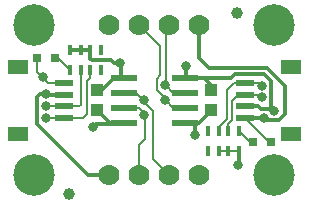
<source format=gbr>
G04 EAGLE Gerber RS-274X export*
G75*
%MOMM*%
%FSLAX34Y34*%
%LPD*%
%INTop Copper*%
%IPPOS*%
%AMOC8*
5,1,8,0,0,1.08239X$1,22.5*%
G01*
%ADD10C,3.516000*%
%ADD11R,1.550000X0.600000*%
%ADD12R,1.800000X1.200000*%
%ADD13C,1.000000*%
%ADD14R,0.800000X0.800000*%
%ADD15R,1.000000X1.075000*%
%ADD16R,2.200000X0.600000*%
%ADD17C,1.778000*%
%ADD18R,0.450000X0.900000*%
%ADD19C,0.304800*%
%ADD20C,0.800100*%
%ADD21C,0.203200*%


D10*
X25400Y152400D03*
X228600Y152400D03*
D11*
X50540Y93900D03*
X50540Y83900D03*
X50540Y103900D03*
X50540Y73900D03*
D12*
X11540Y116900D03*
X11540Y60900D03*
D11*
X203460Y83900D03*
X203460Y93900D03*
X203460Y73900D03*
X203460Y103900D03*
D12*
X242460Y60900D03*
X242460Y116900D03*
D13*
X54610Y9525D03*
X196850Y162941D03*
D10*
X25400Y25400D03*
X228600Y25400D03*
D14*
X225940Y53340D03*
X210940Y53340D03*
D15*
X175260Y97400D03*
X175260Y80400D03*
D16*
X101000Y95250D03*
X153000Y95250D03*
X101000Y107950D03*
X101000Y82550D03*
X101000Y69850D03*
X153000Y107950D03*
X153000Y82550D03*
X153000Y69850D03*
D17*
X165100Y25400D03*
X139700Y25400D03*
X114300Y25400D03*
X88900Y25400D03*
X88900Y152400D03*
X114300Y152400D03*
X139700Y152400D03*
X165100Y152400D03*
D15*
X78740Y97400D03*
X78740Y80400D03*
D14*
X28060Y124460D03*
X43060Y124460D03*
D18*
X55580Y131690D03*
X55580Y114690D03*
X64580Y131690D03*
X72580Y131690D03*
X81580Y131690D03*
X81580Y114690D03*
X64580Y114690D03*
X72580Y114690D03*
X198420Y46110D03*
X198420Y63110D03*
X189420Y46110D03*
X181420Y46110D03*
X172420Y46110D03*
X172420Y63110D03*
X189420Y63110D03*
X181420Y63110D03*
D19*
X93100Y107950D02*
X82550Y97400D01*
X78740Y97400D01*
X93100Y107950D02*
X99060Y107950D01*
X101000Y107950D01*
X50540Y93900D02*
X35640Y93900D01*
X35560Y93980D01*
D20*
X35560Y93980D03*
X97790Y120650D03*
D19*
X99060Y119380D01*
X99060Y107950D01*
X64580Y131690D02*
X55580Y131690D01*
X64580Y131690D02*
X72580Y131690D01*
X74104Y122746D02*
X90383Y122746D01*
X92479Y120650D02*
X97790Y120650D01*
X92479Y120650D02*
X90383Y122746D01*
X74104Y122746D02*
X72580Y124270D01*
X72580Y131690D01*
X71120Y25400D02*
X88900Y25400D01*
X71120Y25400D02*
X27940Y68580D01*
X27940Y91440D01*
X30480Y93980D01*
X35560Y93980D01*
D21*
X28060Y112910D02*
X28060Y124460D01*
X37070Y103900D02*
X50540Y103900D01*
X32385Y108585D02*
X28060Y112910D01*
X32385Y108585D02*
X37070Y103900D01*
D19*
X78740Y80400D02*
X89290Y69850D01*
X90560Y68580D01*
X89290Y69850D02*
X101000Y69850D01*
X90560Y68580D02*
X77470Y68580D01*
D20*
X74930Y66040D03*
D19*
X77470Y68580D01*
D20*
X32385Y108585D03*
D21*
X72580Y108140D02*
X72580Y114690D01*
X72580Y108140D02*
X69850Y105410D01*
X66280Y73900D02*
X50540Y73900D01*
X69850Y77470D02*
X69850Y105410D01*
X69850Y77470D02*
X66280Y73900D01*
X50540Y73900D02*
X35800Y73900D01*
X35560Y73660D01*
D20*
X35560Y73660D03*
X118110Y76200D03*
D21*
X118110Y78140D01*
X113700Y82550D01*
X101000Y82550D01*
X114300Y50800D02*
X114300Y25400D01*
X114300Y50800D02*
X119380Y55880D01*
X119380Y74930D01*
X118110Y76200D01*
X63326Y83900D02*
X50540Y83900D01*
X63326Y83900D02*
X64516Y85090D01*
X64516Y105823D01*
X64580Y105887D01*
X64580Y114690D01*
X50540Y83900D02*
X35640Y83900D01*
X35560Y83820D01*
D20*
X35560Y83820D03*
X118110Y88900D03*
D21*
X117510Y88900D01*
X111160Y95250D01*
X101000Y95250D01*
X118110Y88900D02*
X118110Y87630D01*
X125730Y80010D01*
X125730Y39370D02*
X139700Y25400D01*
X125730Y39370D02*
X125730Y80010D01*
D19*
X153000Y107950D02*
X153670Y107950D01*
X168910Y107950D01*
X175260Y101600D02*
X175260Y97400D01*
X175260Y101600D02*
X168910Y107950D01*
D20*
X153670Y118110D03*
D19*
X153670Y107950D01*
D21*
X189420Y46110D02*
X198420Y46110D01*
X189420Y46110D02*
X181420Y46110D01*
D19*
X198420Y46110D02*
X198420Y34590D01*
X198120Y34290D01*
D20*
X198120Y34290D03*
X228600Y80010D03*
D19*
X227250Y81360D01*
X217430Y81360D01*
X214890Y83900D01*
X203460Y83900D01*
X191654Y107950D02*
X168910Y107950D01*
X219901Y111570D02*
X226060Y105410D01*
X195274Y111570D02*
X191654Y107950D01*
X195274Y111570D02*
X219901Y111570D01*
X226060Y105410D02*
X226060Y82550D01*
X228600Y80010D01*
X162560Y69850D02*
X153000Y69850D01*
X162560Y69850D02*
X165100Y69850D01*
X175260Y80010D02*
X175260Y80400D01*
X175260Y80010D02*
X165100Y69850D01*
D21*
X203460Y73900D02*
X224020Y53340D01*
X225940Y53340D01*
D19*
X219470Y73900D02*
X203460Y73900D01*
X219470Y73900D02*
X219710Y73660D01*
D20*
X219710Y73660D03*
X161290Y59690D03*
D19*
X161290Y68580D01*
X162560Y69850D01*
X172911Y116650D02*
X165100Y124460D01*
X165100Y152400D01*
X172911Y116650D02*
X222005Y116650D01*
X237490Y77470D02*
X232410Y72390D01*
X220980Y72390D01*
X219710Y73660D01*
X237490Y101164D02*
X222005Y116650D01*
X237490Y101164D02*
X237490Y77470D01*
D21*
X215980Y93900D02*
X203460Y93900D01*
X215980Y93900D02*
X218440Y91440D01*
D20*
X218440Y91440D03*
X135890Y101600D03*
D21*
X142840Y95250D02*
X153000Y95250D01*
X142840Y95250D02*
X136490Y101600D01*
X135890Y101600D01*
X137160Y102870D01*
X137160Y149860D02*
X139700Y152400D01*
X137160Y149860D02*
X137160Y102870D01*
X189420Y68770D02*
X189420Y63110D01*
X189420Y68770D02*
X192662Y72012D01*
X198040Y93900D02*
X203460Y93900D01*
X192662Y88522D02*
X192662Y72012D01*
X192662Y88522D02*
X198040Y93900D01*
X203460Y103900D02*
X216013Y103900D01*
X218440Y101473D01*
D20*
X218440Y101473D03*
X135890Y88900D03*
D21*
X142840Y82550D02*
X153000Y82550D01*
X142840Y82550D02*
X136490Y88900D01*
X135890Y88900D01*
X132080Y134620D02*
X114300Y152400D01*
X132080Y110298D02*
X128842Y107060D01*
X135890Y90837D02*
X135890Y88900D01*
X135890Y90837D02*
X128842Y97886D01*
X132080Y110298D02*
X132080Y134620D01*
X128842Y107060D02*
X128842Y97886D01*
X181420Y66517D02*
X181420Y63110D01*
X181420Y66517D02*
X188261Y73359D01*
X188261Y98091D01*
X194070Y103900D01*
X203460Y103900D01*
X45810Y124460D02*
X43060Y124460D01*
X45810Y124460D02*
X55580Y114690D01*
X198420Y63110D02*
X208190Y53340D01*
X210940Y53340D01*
M02*

</source>
